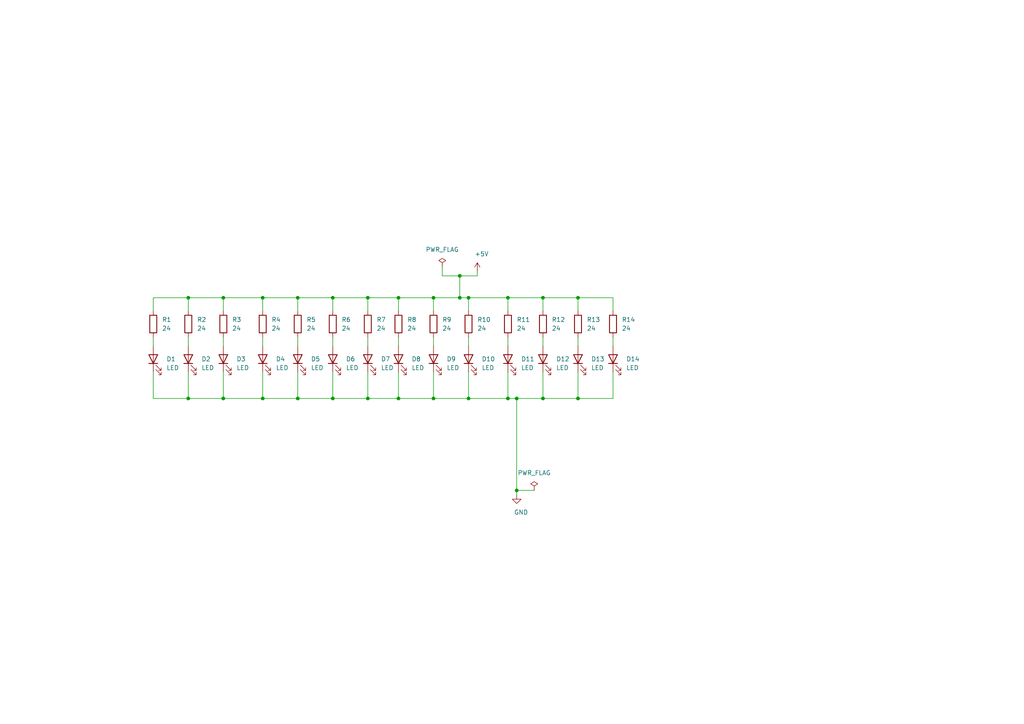
<source format=kicad_sch>
(kicad_sch (version 20201015) (generator eeschema)
  (paper "A4")
  (lib_symbols
    (symbol "Device:LED" (pin_numbers hide) (pin_names (offset 1.016) hide)
      (property "Reference" "D" (at 0 2.54 0))
      (property "Value" "LED" (at 0 -2.54 0))
      (symbol "LED_0_1"
        (polyline (pts (xy -1.27 -1.27) (xy -1.27 1.27)) (stroke (width 0.254)))
        (polyline (pts (xy -1.27 0) (xy 1.27 0)))
        (polyline (pts (xy 1.27 -1.27) (xy 1.27 1.27) (xy -1.27 0) (xy 1.27 -1.27)) (stroke (width 0.254)))
        (polyline (pts (xy -3.048 -0.762) (xy -4.572 -2.286) (xy -3.81 -2.286) (xy -4.572 -2.286) (xy -4.572 -1.524)))
        (polyline (pts (xy -1.778 -0.762) (xy -3.302 -2.286) (xy -2.54 -2.286) (xy -3.302 -2.286) (xy -3.302 -1.524)))
      )
      (symbol "LED_1_1"
        (pin passive line (at -3.81 0 0) (length 2.54) (name "K") (number "1"))
        (pin passive line (at 3.81 0 180) (length 2.54) (name "A") (number "2"))
      )
    )
    (symbol "Device:R" (pin_numbers hide) (pin_names (offset 0))
      (property "Reference" "R" (at 2.032 0 90))
      (property "Value" "R" (at 0 0 90))
      (symbol "R_0_1"
        (rectangle (start -1.016 -2.54) (end 1.016 2.54) (stroke (width 0.254)))
      )
      (symbol "R_1_1"
        (pin passive line (at 0 3.81 270) (length 1.27) (name "~") (number "1"))
        (pin passive line (at 0 -3.81 90) (length 1.27) (name "~") (number "2"))
      )
    )
    (symbol "power:+5V" (power) (pin_names (offset 0))
      (property "Value" "+5V" (at 0 3.556 0))
      (symbol "+5V_0_1"
        (polyline (pts (xy -0.762 1.27) (xy 0 2.54)))
        (polyline (pts (xy 0 0) (xy 0 2.54)))
        (polyline (pts (xy 0 2.54) (xy 0.762 1.27)))
      )
      (symbol "+5V_1_1"
        (pin power_in line (at 0 0 90) (length 0) hide (name "+5V") (number "1"))
      )
    )
    (symbol "power:GND" (power) (pin_names (offset 0))
      (property "Value" "GND" (at 0 -3.81 0))
      (symbol "GND_0_1"
        (polyline (pts (xy 0 0) (xy 0 -1.27) (xy 1.27 -1.27) (xy 0 -2.54) (xy -1.27 -1.27) (xy 0 -1.27)))
      )
      (symbol "GND_1_1"
        (pin power_in line (at 0 0 270) (length 0) hide (name "GND") (number "1"))
      )
    )
    (symbol "power:PWR_FLAG" (power) (pin_numbers hide) (pin_names (offset 0) hide)
      (property "Value" "PWR_FLAG" (at 0 3.81 0))
      (symbol "PWR_FLAG_0_0"
        (pin power_out line (at 0 0 90) (length 0) (name "pwr") (number "1"))
      )
      (symbol "PWR_FLAG_0_1"
        (polyline (pts (xy 0 0) (xy 0 1.27) (xy -1.016 1.905) (xy 0 2.54) (xy 1.016 1.905) (xy 0 1.27)))
      )
    )
  )
  (junction (at 54.61 86.36) (diameter 0.9144))
  (junction (at 54.61 115.57) (diameter 0.9144))
  (junction (at 64.77 86.36) (diameter 0.9144))
  (junction (at 64.77 115.57) (diameter 0.9144))
  (junction (at 76.2 86.36) (diameter 0.9144))
  (junction (at 76.2 115.57) (diameter 0.9144))
  (junction (at 86.36 86.36) (diameter 0.9144))
  (junction (at 86.36 115.57) (diameter 0.9144))
  (junction (at 96.52 86.36) (diameter 0.9144))
  (junction (at 96.52 115.57) (diameter 0.9144))
  (junction (at 106.68 86.36) (diameter 0.9144))
  (junction (at 106.68 115.57) (diameter 0.9144))
  (junction (at 115.57 86.36) (diameter 0.9144))
  (junction (at 115.57 115.57) (diameter 0.9144))
  (junction (at 125.73 86.36) (diameter 0.9144))
  (junction (at 125.73 115.57) (diameter 0.9144))
  (junction (at 133.35 80.01) (diameter 0.9144))
  (junction (at 133.35 86.36) (diameter 0.9144))
  (junction (at 135.89 86.36) (diameter 0.9144))
  (junction (at 135.89 115.57) (diameter 0.9144))
  (junction (at 147.32 86.36) (diameter 0.9144))
  (junction (at 147.32 115.57) (diameter 0.9144))
  (junction (at 149.86 115.57) (diameter 0.9144))
  (junction (at 149.86 142.24) (diameter 0.9144))
  (junction (at 157.48 86.36) (diameter 0.9144))
  (junction (at 157.48 115.57) (diameter 0.9144))
  (junction (at 167.64 86.36) (diameter 0.9144))
  (junction (at 167.64 115.57) (diameter 0.9144))
  (wire (pts (xy 44.45 86.36) (xy 44.45 90.17)))
  (wire (pts (xy 44.45 97.79) (xy 44.45 100.33)))
  (wire (pts (xy 44.45 107.95) (xy 44.45 115.57)))
  (wire (pts (xy 44.45 115.57) (xy 54.61 115.57)))
  (wire (pts (xy 54.61 86.36) (xy 44.45 86.36)))
  (wire (pts (xy 54.61 86.36) (xy 54.61 90.17)))
  (wire (pts (xy 54.61 97.79) (xy 54.61 100.33)))
  (wire (pts (xy 54.61 107.95) (xy 54.61 115.57)))
  (wire (pts (xy 54.61 115.57) (xy 64.77 115.57)))
  (wire (pts (xy 64.77 86.36) (xy 54.61 86.36)))
  (wire (pts (xy 64.77 86.36) (xy 64.77 90.17)))
  (wire (pts (xy 64.77 97.79) (xy 64.77 100.33)))
  (wire (pts (xy 64.77 107.95) (xy 64.77 115.57)))
  (wire (pts (xy 64.77 115.57) (xy 76.2 115.57)))
  (wire (pts (xy 76.2 86.36) (xy 64.77 86.36)))
  (wire (pts (xy 76.2 86.36) (xy 76.2 90.17)))
  (wire (pts (xy 76.2 97.79) (xy 76.2 100.33)))
  (wire (pts (xy 76.2 107.95) (xy 76.2 115.57)))
  (wire (pts (xy 76.2 115.57) (xy 86.36 115.57)))
  (wire (pts (xy 86.36 86.36) (xy 76.2 86.36)))
  (wire (pts (xy 86.36 86.36) (xy 86.36 90.17)))
  (wire (pts (xy 86.36 97.79) (xy 86.36 100.33)))
  (wire (pts (xy 86.36 107.95) (xy 86.36 115.57)))
  (wire (pts (xy 86.36 115.57) (xy 96.52 115.57)))
  (wire (pts (xy 96.52 86.36) (xy 86.36 86.36)))
  (wire (pts (xy 96.52 86.36) (xy 96.52 90.17)))
  (wire (pts (xy 96.52 97.79) (xy 96.52 100.33)))
  (wire (pts (xy 96.52 107.95) (xy 96.52 115.57)))
  (wire (pts (xy 96.52 115.57) (xy 106.68 115.57)))
  (wire (pts (xy 106.68 86.36) (xy 96.52 86.36)))
  (wire (pts (xy 106.68 86.36) (xy 106.68 90.17)))
  (wire (pts (xy 106.68 97.79) (xy 106.68 100.33)))
  (wire (pts (xy 106.68 107.95) (xy 106.68 115.57)))
  (wire (pts (xy 106.68 115.57) (xy 115.57 115.57)))
  (wire (pts (xy 115.57 86.36) (xy 106.68 86.36)))
  (wire (pts (xy 115.57 86.36) (xy 115.57 90.17)))
  (wire (pts (xy 115.57 97.79) (xy 115.57 100.33)))
  (wire (pts (xy 115.57 107.95) (xy 115.57 115.57)))
  (wire (pts (xy 115.57 115.57) (xy 125.73 115.57)))
  (wire (pts (xy 125.73 86.36) (xy 115.57 86.36)))
  (wire (pts (xy 125.73 86.36) (xy 125.73 90.17)))
  (wire (pts (xy 125.73 97.79) (xy 125.73 100.33)))
  (wire (pts (xy 125.73 107.95) (xy 125.73 115.57)))
  (wire (pts (xy 125.73 115.57) (xy 135.89 115.57)))
  (wire (pts (xy 128.27 77.47) (xy 128.27 80.01)))
  (wire (pts (xy 128.27 80.01) (xy 133.35 80.01)))
  (wire (pts (xy 133.35 80.01) (xy 133.35 86.36)))
  (wire (pts (xy 133.35 80.01) (xy 138.43 80.01)))
  (wire (pts (xy 133.35 86.36) (xy 125.73 86.36)))
  (wire (pts (xy 133.35 86.36) (xy 135.89 86.36)))
  (wire (pts (xy 135.89 86.36) (xy 135.89 90.17)))
  (wire (pts (xy 135.89 86.36) (xy 147.32 86.36)))
  (wire (pts (xy 135.89 97.79) (xy 135.89 100.33)))
  (wire (pts (xy 135.89 107.95) (xy 135.89 115.57)))
  (wire (pts (xy 135.89 115.57) (xy 147.32 115.57)))
  (wire (pts (xy 138.43 78.74) (xy 138.43 80.01)))
  (wire (pts (xy 147.32 86.36) (xy 147.32 90.17)))
  (wire (pts (xy 147.32 86.36) (xy 157.48 86.36)))
  (wire (pts (xy 147.32 97.79) (xy 147.32 100.33)))
  (wire (pts (xy 147.32 107.95) (xy 147.32 115.57)))
  (wire (pts (xy 147.32 115.57) (xy 149.86 115.57)))
  (wire (pts (xy 149.86 115.57) (xy 149.86 142.24)))
  (wire (pts (xy 149.86 142.24) (xy 149.86 143.51)))
  (wire (pts (xy 149.86 142.24) (xy 154.94 142.24)))
  (wire (pts (xy 157.48 86.36) (xy 157.48 90.17)))
  (wire (pts (xy 157.48 86.36) (xy 167.64 86.36)))
  (wire (pts (xy 157.48 97.79) (xy 157.48 100.33)))
  (wire (pts (xy 157.48 107.95) (xy 157.48 115.57)))
  (wire (pts (xy 157.48 115.57) (xy 149.86 115.57)))
  (wire (pts (xy 167.64 86.36) (xy 167.64 90.17)))
  (wire (pts (xy 167.64 86.36) (xy 177.8 86.36)))
  (wire (pts (xy 167.64 97.79) (xy 167.64 100.33)))
  (wire (pts (xy 167.64 107.95) (xy 167.64 115.57)))
  (wire (pts (xy 167.64 115.57) (xy 157.48 115.57)))
  (wire (pts (xy 177.8 86.36) (xy 177.8 90.17)))
  (wire (pts (xy 177.8 97.79) (xy 177.8 100.33)))
  (wire (pts (xy 177.8 107.95) (xy 177.8 115.57)))
  (wire (pts (xy 177.8 115.57) (xy 167.64 115.57)))
  (symbol (lib_id "power:PWR_FLAG") (at 128.27 77.47 0) (unit 1)
    (property "Reference" "#FLG01" (effects hide))
    (property "Value" "PWR_FLAG" (at 128.27 72.39 0))
  )
  (symbol (lib_id "power:PWR_FLAG") (at 154.94 142.24 0) (unit 1)
    (property "Reference" "#FLG02" (effects hide))
    (property "Value" "PWR_FLAG" (at 154.94 137.16 0))
  )
  (symbol (lib_id "power:+5V") (at 138.43 78.74 0) (unit 1)
    (property "Reference" "#PWR01" (effects hide))
    (property "Value" "+5V" (at 139.7 73.66 0))
  )
  (symbol (lib_id "power:GND") (at 149.86 143.51 0) (unit 1)
    (property "Reference" "#PWR02" (effects hide))
    (property "Value" "GND" (at 151.13 148.59 0))
  )
  (symbol (lib_id "Device:R") (at 44.45 93.98 0) (unit 1)
    (property "Reference" "R1" (at 46.99 92.71 0) (effects (justify left)))
    (property "Value" "24" (at 46.99 95.25 0) (effects (justify left)))
    (property "Footprint" "Resistor_THT:R_Axial_DIN0204_L3.6mm_D1.6mm_P5.08mm_Vertical" (effects hide))
  )
  (symbol (lib_id "Device:R") (at 54.61 93.98 0) (unit 1)
    (property "Reference" "R2" (at 57.15 92.71 0) (effects (justify left)))
    (property "Value" "24" (at 57.15 95.25 0) (effects (justify left)))
    (property "Footprint" "Resistor_THT:R_Axial_DIN0204_L3.6mm_D1.6mm_P5.08mm_Vertical" (effects hide))
  )
  (symbol (lib_id "Device:R") (at 64.77 93.98 0) (unit 1)
    (property "Reference" "R3" (at 67.31 92.71 0) (effects (justify left)))
    (property "Value" "24" (at 67.31 95.25 0) (effects (justify left)))
    (property "Footprint" "Resistor_THT:R_Axial_DIN0204_L3.6mm_D1.6mm_P5.08mm_Vertical" (effects hide))
  )
  (symbol (lib_id "Device:R") (at 76.2 93.98 0) (unit 1)
    (property "Reference" "R4" (at 78.74 92.71 0) (effects (justify left)))
    (property "Value" "24" (at 78.74 95.25 0) (effects (justify left)))
    (property "Footprint" "Resistor_THT:R_Axial_DIN0204_L3.6mm_D1.6mm_P5.08mm_Vertical" (effects hide))
  )
  (symbol (lib_id "Device:R") (at 86.36 93.98 0) (unit 1)
    (property "Reference" "R5" (at 88.9 92.71 0) (effects (justify left)))
    (property "Value" "24" (at 88.9 95.25 0) (effects (justify left)))
    (property "Footprint" "Resistor_THT:R_Axial_DIN0204_L3.6mm_D1.6mm_P5.08mm_Vertical" (effects hide))
  )
  (symbol (lib_id "Device:R") (at 96.52 93.98 0) (unit 1)
    (property "Reference" "R6" (at 99.06 92.71 0) (effects (justify left)))
    (property "Value" "24" (at 99.06 95.25 0) (effects (justify left)))
    (property "Footprint" "Resistor_THT:R_Axial_DIN0204_L3.6mm_D1.6mm_P5.08mm_Vertical" (effects hide))
  )
  (symbol (lib_id "Device:R") (at 106.68 93.98 0) (unit 1)
    (property "Reference" "R7" (at 109.22 92.71 0) (effects (justify left)))
    (property "Value" "24" (at 109.22 95.25 0) (effects (justify left)))
    (property "Footprint" "Resistor_THT:R_Axial_DIN0204_L3.6mm_D1.6mm_P5.08mm_Vertical" (effects hide))
  )
  (symbol (lib_id "Device:R") (at 115.57 93.98 0) (unit 1)
    (property "Reference" "R8" (at 118.11 92.71 0) (effects (justify left)))
    (property "Value" "24" (at 118.11 95.25 0) (effects (justify left)))
    (property "Footprint" "Resistor_THT:R_Axial_DIN0204_L3.6mm_D1.6mm_P5.08mm_Vertical" (effects hide))
  )
  (symbol (lib_id "Device:R") (at 125.73 93.98 0) (unit 1)
    (property "Reference" "R9" (at 128.27 92.71 0) (effects (justify left)))
    (property "Value" "24" (at 128.27 95.25 0) (effects (justify left)))
    (property "Footprint" "Resistor_THT:R_Axial_DIN0204_L3.6mm_D1.6mm_P5.08mm_Vertical" (effects hide))
  )
  (symbol (lib_id "Device:R") (at 135.89 93.98 0) (unit 1)
    (property "Reference" "R10" (at 138.43 92.71 0) (effects (justify left)))
    (property "Value" "24" (at 138.43 95.25 0) (effects (justify left)))
    (property "Footprint" "Resistor_THT:R_Axial_DIN0204_L3.6mm_D1.6mm_P5.08mm_Vertical" (effects hide))
  )
  (symbol (lib_id "Device:R") (at 147.32 93.98 0) (unit 1)
    (property "Reference" "R11" (at 149.86 92.71 0) (effects (justify left)))
    (property "Value" "24" (at 149.86 95.25 0) (effects (justify left)))
    (property "Footprint" "Resistor_THT:R_Axial_DIN0204_L3.6mm_D1.6mm_P5.08mm_Vertical" (effects hide))
  )
  (symbol (lib_id "Device:R") (at 157.48 93.98 0) (unit 1)
    (property "Reference" "R12" (at 160.02 92.71 0) (effects (justify left)))
    (property "Value" "24" (at 160.02 95.25 0) (effects (justify left)))
    (property "Footprint" "Resistor_THT:R_Axial_DIN0204_L3.6mm_D1.6mm_P5.08mm_Vertical" (effects hide))
  )
  (symbol (lib_id "Device:R") (at 167.64 93.98 0) (unit 1)
    (property "Reference" "R13" (at 170.18 92.71 0) (effects (justify left)))
    (property "Value" "24" (at 170.18 95.25 0) (effects (justify left)))
    (property "Footprint" "Resistor_THT:R_Axial_DIN0204_L3.6mm_D1.6mm_P5.08mm_Vertical" (effects hide))
  )
  (symbol (lib_id "Device:R") (at 177.8 93.98 0) (unit 1)
    (property "Reference" "R14" (at 180.34 92.71 0) (effects (justify left)))
    (property "Value" "24" (at 180.34 95.25 0) (effects (justify left)))
    (property "Footprint" "Resistor_THT:R_Axial_DIN0204_L3.6mm_D1.6mm_P5.08mm_Vertical" (effects hide))
  )
  (symbol (lib_id "Device:LED") (at 44.45 104.14 90) (unit 1)
    (property "Reference" "D1" (at 48.26 104.14 90) (effects (justify right)))
    (property "Value" "LED" (at 48.26 106.68 90) (effects (justify right)))
    (property "Footprint" "LED_THT:LED_D5.0mm_Clear" (effects hide))
  )
  (symbol (lib_id "Device:LED") (at 54.61 104.14 90) (unit 1)
    (property "Reference" "D2" (at 58.42 104.14 90) (effects (justify right)))
    (property "Value" "LED" (at 58.42 106.68 90) (effects (justify right)))
    (property "Footprint" "LED_THT:LED_D5.0mm_Clear" (effects hide))
  )
  (symbol (lib_id "Device:LED") (at 64.77 104.14 90) (unit 1)
    (property "Reference" "D3" (at 68.58 104.14 90) (effects (justify right)))
    (property "Value" "LED" (at 68.58 106.68 90) (effects (justify right)))
    (property "Footprint" "LED_THT:LED_D5.0mm_Clear" (effects hide))
  )
  (symbol (lib_id "Device:LED") (at 76.2 104.14 90) (unit 1)
    (property "Reference" "D4" (at 80.01 104.14 90) (effects (justify right)))
    (property "Value" "LED" (at 80.01 106.68 90) (effects (justify right)))
    (property "Footprint" "LED_THT:LED_D5.0mm_Clear" (effects hide))
  )
  (symbol (lib_id "Device:LED") (at 86.36 104.14 90) (unit 1)
    (property "Reference" "D5" (at 90.17 104.14 90) (effects (justify right)))
    (property "Value" "LED" (at 90.17 106.68 90) (effects (justify right)))
    (property "Footprint" "LED_THT:LED_D5.0mm_Clear" (effects hide))
  )
  (symbol (lib_id "Device:LED") (at 96.52 104.14 90) (unit 1)
    (property "Reference" "D6" (at 100.33 104.14 90) (effects (justify right)))
    (property "Value" "LED" (at 100.33 106.68 90) (effects (justify right)))
    (property "Footprint" "LED_THT:LED_D5.0mm_Clear" (effects hide))
  )
  (symbol (lib_id "Device:LED") (at 106.68 104.14 90) (unit 1)
    (property "Reference" "D7" (at 110.49 104.14 90) (effects (justify right)))
    (property "Value" "LED" (at 110.49 106.68 90) (effects (justify right)))
    (property "Footprint" "LED_THT:LED_D5.0mm_Clear" (effects hide))
  )
  (symbol (lib_id "Device:LED") (at 115.57 104.14 90) (unit 1)
    (property "Reference" "D8" (at 119.38 104.14 90) (effects (justify right)))
    (property "Value" "LED" (at 119.38 106.68 90) (effects (justify right)))
    (property "Footprint" "LED_THT:LED_D5.0mm_Clear" (effects hide))
  )
  (symbol (lib_id "Device:LED") (at 125.73 104.14 90) (unit 1)
    (property "Reference" "D9" (at 129.54 104.14 90) (effects (justify right)))
    (property "Value" "LED" (at 129.54 106.68 90) (effects (justify right)))
    (property "Footprint" "LED_THT:LED_D5.0mm_Clear" (effects hide))
  )
  (symbol (lib_id "Device:LED") (at 135.89 104.14 90) (unit 1)
    (property "Reference" "D10" (at 139.7 104.14 90) (effects (justify right)))
    (property "Value" "LED" (at 139.7 106.68 90) (effects (justify right)))
    (property "Footprint" "LED_THT:LED_D5.0mm_Clear" (effects hide))
  )
  (symbol (lib_id "Device:LED") (at 147.32 104.14 90) (unit 1)
    (property "Reference" "D11" (at 151.13 104.14 90) (effects (justify right)))
    (property "Value" "LED" (at 151.13 106.68 90) (effects (justify right)))
    (property "Footprint" "LED_THT:LED_D5.0mm_Clear" (effects hide))
  )
  (symbol (lib_id "Device:LED") (at 157.48 104.14 90) (unit 1)
    (property "Reference" "D12" (at 161.29 104.14 90) (effects (justify right)))
    (property "Value" "LED" (at 161.29 106.68 90) (effects (justify right)))
    (property "Footprint" "LED_THT:LED_D5.0mm_Clear" (effects hide))
  )
  (symbol (lib_id "Device:LED") (at 167.64 104.14 90) (unit 1)
    (property "Reference" "D13" (at 171.45 104.14 90) (effects (justify right)))
    (property "Value" "LED" (at 171.45 106.68 90) (effects (justify right)))
    (property "Footprint" "LED_THT:LED_D5.0mm_Clear" (effects hide))
  )
  (symbol (lib_id "Device:LED") (at 177.8 104.14 90) (unit 1)
    (property "Reference" "D14" (at 181.61 104.14 90) (effects (justify right)))
    (property "Value" "LED" (at 181.61 106.68 90) (effects (justify right)))
    (property "Footprint" "LED_THT:LED_D5.0mm_Clear" (effects hide))
  )
)
</source>
